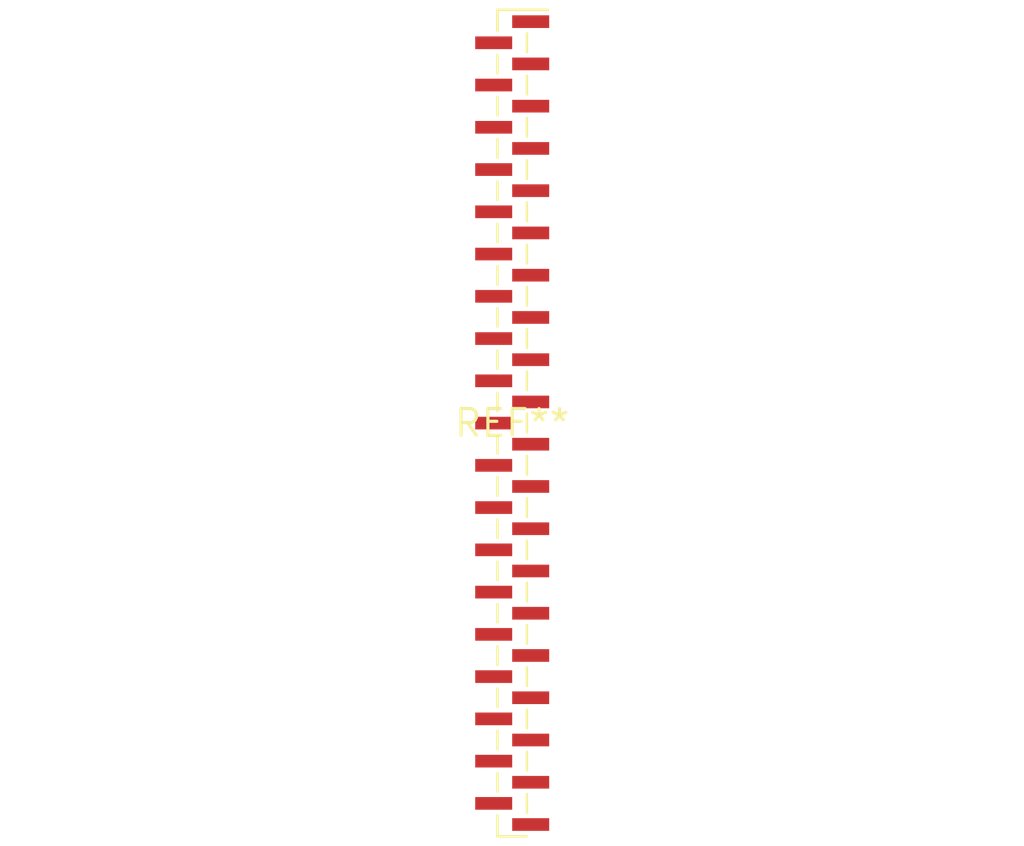
<source format=kicad_pcb>
(kicad_pcb (version 20240108) (generator pcbnew)
  (layers (0 "F.Cu" signal) (31 "B.Cu" signal) (34 "B.Paste" user) (35 "F.Paste" user) (36 "B.SilkS" user "B.Silkscreen") (37 "F.SilkS" user "F.Silkscreen") (38 "B.Mask" user) (39 "F.Mask" user) (44 "Edge.Cuts" user))
  (net 0 "")
  (footprint "PinHeader_1x39_P1.00mm_Vertical_SMD_Pin1Right" (layer "F.Cu") (at 0 0)
    (property "Reference" "REF**")
    (property "Value" "PinHeader_1x39_P1.00mm_Vertical_SMD_Pin1Right")
    (fp_line (start -0.695 -19.56) (end -0.695 -18.56) (layer "F.SilkS") (stroke (width 0.12)))
    (fp_line (start -0.695 -19.56) (end 0.695 -19.56) (layer "F.SilkS") (stroke (width 0.12)))
    (fp_line (start -0.695 -19.44) (end -0.695 -18.56) (layer "F.SilkS") (stroke (width 0.12)))
    (fp_line (start -0.695 -17.44) (end -0.695 -16.56) (layer "F.SilkS") (stroke (width 0.12)))
    (fp_line (start -0.695 -15.44) (end -0.695 -14.56) (layer "F.SilkS") (stroke (width 0.12)))
    (fp_line (start -0.695 -13.44) (end -0.695 -12.56) (layer "F.SilkS") (stroke (width 0.12)))
    (fp_line (start -0.695 -11.44) (end -0.695 -10.56) (layer "F.SilkS") (stroke (width 0.12)))
    (fp_line (start -0.695 -9.44) (end -0.695 -8.56) (layer "F.SilkS") (stroke (width 0.12)))
    (fp_line (start -0.695 -7.44) (end -0.695 -6.56) (layer "F.SilkS") (stroke (width 0.12)))
    (fp_line (start -0.695 -5.44) (end -0.695 -4.56) (layer "F.SilkS") (stroke (width 0.12)))
    (fp_line (start -0.695 -3.44) (end -0.695 -2.56) (layer "F.SilkS") (stroke (width 0.12)))
    (fp_line (start -0.695 -1.44) (end -0.695 -0.56) (layer "F.SilkS") (stroke (width 0.12)))
    (fp_line (start -0.695 0.56) (end -0.695 1.44) (layer "F.SilkS") (stroke (width 0.12)))
    (fp_line (start -0.695 2.56) (end -0.695 3.44) (layer "F.SilkS") (stroke (width 0.12)))
    (fp_line (start -0.695 4.56) (end -0.695 5.44) (layer "F.SilkS") (stroke (width 0.12)))
    (fp_line (start -0.695 6.56) (end -0.695 7.44) (layer "F.SilkS") (stroke (width 0.12)))
    (fp_line (start -0.695 8.56) (end -0.695 9.44) (layer "F.SilkS") (stroke (width 0.12)))
    (fp_line (start -0.695 10.56) (end -0.695 11.44) (layer "F.SilkS") (stroke (width 0.12)))
    (fp_line (start -0.695 12.56) (end -0.695 13.44) (layer "F.SilkS") (stroke (width 0.12)))
    (fp_line (start -0.695 14.56) (end -0.695 15.44) (layer "F.SilkS") (stroke (width 0.12)))
    (fp_line (start -0.695 16.56) (end -0.695 17.44) (layer "F.SilkS") (stroke (width 0.12)))
    (fp_line (start -0.695 18.56) (end -0.695 19.56) (layer "F.SilkS") (stroke (width 0.12)))
    (fp_line (start -0.695 19.56) (end -0.695 19.56) (layer "F.SilkS") (stroke (width 0.12)))
    (fp_line (start -0.695 19.56) (end 0.695 19.56) (layer "F.SilkS") (stroke (width 0.12)))
    (fp_line (start 0.695 -19.56) (end 0.695 -19.56) (layer "F.SilkS") (stroke (width 0.12)))
    (fp_line (start 0.695 -19.56) (end 1.69 -19.56) (layer "F.SilkS") (stroke (width 0.12)))
    (fp_line (start 0.695 -18.44) (end 0.695 -17.56) (layer "F.SilkS") (stroke (width 0.12)))
    (fp_line (start 0.695 -16.44) (end 0.695 -15.56) (layer "F.SilkS") (stroke (width 0.12)))
    (fp_line (start 0.695 -14.44) (end 0.695 -13.56) (layer "F.SilkS") (stroke (width 0.12)))
    (fp_line (start 0.695 -12.44) (end 0.695 -11.56) (layer "F.SilkS") (stroke (width 0.12)))
    (fp_line (start 0.695 -10.44) (end 0.695 -9.56) (layer "F.SilkS") (stroke (width 0.12)))
    (fp_line (start 0.695 -8.44) (end 0.695 -7.56) (layer "F.SilkS") (stroke (width 0.12)))
    (fp_line (start 0.695 -6.44) (end 0.695 -5.56) (layer "F.SilkS") (stroke (width 0.12)))
    (fp_line (start 0.695 -4.44) (end 0.695 -3.56) (layer "F.SilkS") (stroke (width 0.12)))
    (fp_line (start 0.695 -2.44) (end 0.695 -1.56) (layer "F.SilkS") (stroke (width 0.12)))
    (fp_line (start 0.695 -0.44) (end 0.695 0.44) (layer "F.SilkS") (stroke (width 0.12)))
    (fp_line (start 0.695 1.56) (end 0.695 2.44) (layer "F.SilkS") (stroke (width 0.12)))
    (fp_line (start 0.695 3.56) (end 0.695 4.44) (layer "F.SilkS") (stroke (width 0.12)))
    (fp_line (start 0.695 5.56) (end 0.695 6.44) (layer "F.SilkS") (stroke (width 0.12)))
    (fp_line (start 0.695 7.56) (end 0.695 8.44) (layer "F.SilkS") (stroke (width 0.12)))
    (fp_line (start 0.695 9.56) (end 0.695 10.44) (layer "F.SilkS") (stroke (width 0.12)))
    (fp_line (start 0.695 11.56) (end 0.695 12.44) (layer "F.SilkS") (stroke (width 0.12)))
    (fp_line (start 0.695 13.56) (end 0.695 14.44) (layer "F.SilkS") (stroke (width 0.12)))
    (fp_line (start 0.695 15.56) (end 0.695 16.44) (layer "F.SilkS") (stroke (width 0.12)))
    (fp_line (start 0.695 17.56) (end 0.695 18.44) (layer "F.SilkS") (stroke (width 0.12)))
    (pad "1" smd rect (at 0.875 -19) (size 1.75 0.6) (layers "F.Cu" "F.Paste" "F.Mask"))
    (pad "2" smd rect (at -0.875 -18) (size 1.75 0.6) (layers "F.Cu" "F.Paste" "F.Mask"))
    (pad "3" smd rect (at 0.875 -17) (size 1.75 0.6) (layers "F.Cu" "F.Paste" "F.Mask"))
    (pad "4" smd rect (at -0.875 -16) (size 1.75 0.6) (layers "F.Cu" "F.Paste" "F.Mask"))
    (pad "5" smd rect (at 0.875 -15) (size 1.75 0.6) (layers "F.Cu" "F.Paste" "F.Mask"))
    (pad "6" smd rect (at -0.875 -14) (size 1.75 0.6) (layers "F.Cu" "F.Paste" "F.Mask"))
    (pad "7" smd rect (at 0.875 -13) (size 1.75 0.6) (layers "F.Cu" "F.Paste" "F.Mask"))
    (pad "8" smd rect (at -0.875 -12) (size 1.75 0.6) (layers "F.Cu" "F.Paste" "F.Mask"))
    (pad "9" smd rect (at 0.875 -11) (size 1.75 0.6) (layers "F.Cu" "F.Paste" "F.Mask"))
    (pad "10" smd rect (at -0.875 -10) (size 1.75 0.6) (layers "F.Cu" "F.Paste" "F.Mask"))
    (pad "11" smd rect (at 0.875 -9) (size 1.75 0.6) (layers "F.Cu" "F.Paste" "F.Mask"))
    (pad "12" smd rect (at -0.875 -8) (size 1.75 0.6) (layers "F.Cu" "F.Paste" "F.Mask"))
    (pad "13" smd rect (at 0.875 -7) (size 1.75 0.6) (layers "F.Cu" "F.Paste" "F.Mask"))
    (pad "14" smd rect (at -0.875 -6) (size 1.75 0.6) (layers "F.Cu" "F.Paste" "F.Mask"))
    (pad "15" smd rect (at 0.875 -5) (size 1.75 0.6) (layers "F.Cu" "F.Paste" "F.Mask"))
    (pad "16" smd rect (at -0.875 -4) (size 1.75 0.6) (layers "F.Cu" "F.Paste" "F.Mask"))
    (pad "17" smd rect (at 0.875 -3) (size 1.75 0.6) (layers "F.Cu" "F.Paste" "F.Mask"))
    (pad "18" smd rect (at -0.875 -2) (size 1.75 0.6) (layers "F.Cu" "F.Paste" "F.Mask"))
    (pad "19" smd rect (at 0.875 -1) (size 1.75 0.6) (layers "F.Cu" "F.Paste" "F.Mask"))
    (pad "20" smd rect (at -0.875 0) (size 1.75 0.6) (layers "F.Cu" "F.Paste" "F.Mask"))
    (pad "21" smd rect (at 0.875 1) (size 1.75 0.6) (layers "F.Cu" "F.Paste" "F.Mask"))
    (pad "22" smd rect (at -0.875 2) (size 1.75 0.6) (layers "F.Cu" "F.Paste" "F.Mask"))
    (pad "23" smd rect (at 0.875 3) (size 1.75 0.6) (layers "F.Cu" "F.Paste" "F.Mask"))
    (pad "24" smd rect (at -0.875 4) (size 1.75 0.6) (layers "F.Cu" "F.Paste" "F.Mask"))
    (pad "25" smd rect (at 0.875 5) (size 1.75 0.6) (layers "F.Cu" "F.Paste" "F.Mask"))
    (pad "26" smd rect (at -0.875 6) (size 1.75 0.6) (layers "F.Cu" "F.Paste" "F.Mask"))
    (pad "27" smd rect (at 0.875 7) (size 1.75 0.6) (layers "F.Cu" "F.Paste" "F.Mask"))
    (pad "28" smd rect (at -0.875 8) (size 1.75 0.6) (layers "F.Cu" "F.Paste" "F.Mask"))
    (pad "29" smd rect (at 0.875 9) (size 1.75 0.6) (layers "F.Cu" "F.Paste" "F.Mask"))
    (pad "30" smd rect (at -0.875 10) (size 1.75 0.6) (layers "F.Cu" "F.Paste" "F.Mask"))
    (pad "31" smd rect (at 0.875 11) (size 1.75 0.6) (layers "F.Cu" "F.Paste" "F.Mask"))
    (pad "32" smd rect (at -0.875 12) (size 1.75 0.6) (layers "F.Cu" "F.Paste" "F.Mask"))
    (pad "33" smd rect (at 0.875 13) (size 1.75 0.6) (layers "F.Cu" "F.Paste" "F.Mask"))
    (pad "34" smd rect (at -0.875 14) (size 1.75 0.6) (layers "F.Cu" "F.Paste" "F.Mask"))
    (pad "35" smd rect (at 0.875 15) (size 1.75 0.6) (layers "F.Cu" "F.Paste" "F.Mask"))
    (pad "36" smd rect (at -0.875 16) (size 1.75 0.6) (layers "F.Cu" "F.Paste" "F.Mask"))
    (pad "37" smd rect (at 0.875 17) (size 1.75 0.6) (layers "F.Cu" "F.Paste" "F.Mask"))
    (pad "38" smd rect (at -0.875 18) (size 1.75 0.6) (layers "F.Cu" "F.Paste" "F.Mask"))
    (pad "39" smd rect (at 0.875 19) (size 1.75 0.6) (layers "F.Cu" "F.Paste" "F.Mask"))
  )
)
</source>
